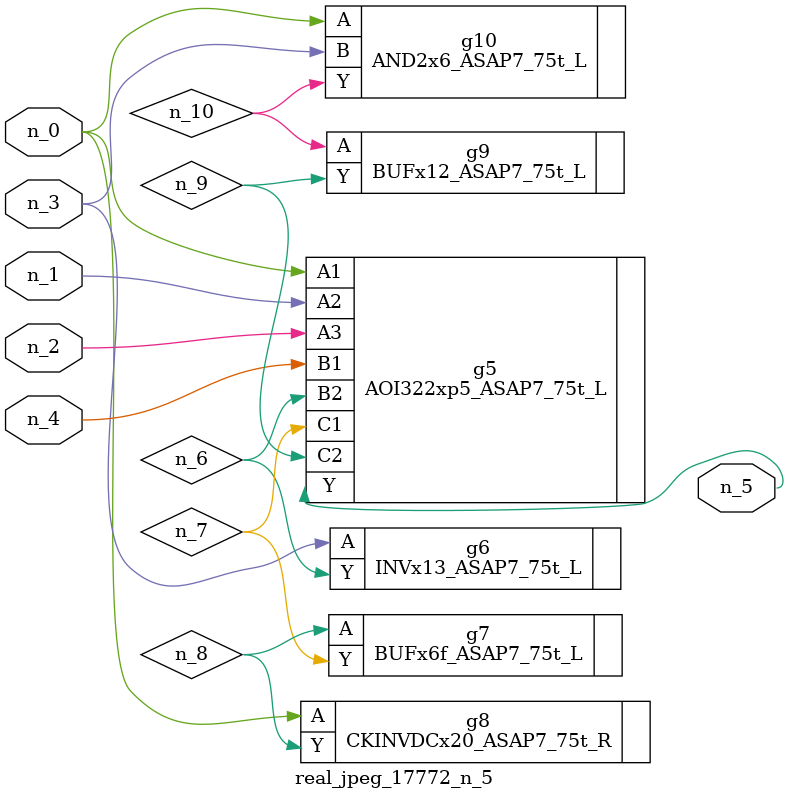
<source format=v>
module real_jpeg_17772_n_5 (n_4, n_0, n_1, n_2, n_3, n_5);

input n_4;
input n_0;
input n_1;
input n_2;
input n_3;

output n_5;

wire n_8;
wire n_6;
wire n_7;
wire n_10;
wire n_9;

AOI322xp5_ASAP7_75t_L g5 ( 
.A1(n_0),
.A2(n_1),
.A3(n_2),
.B1(n_4),
.B2(n_6),
.C1(n_7),
.C2(n_9),
.Y(n_5)
);

CKINVDCx20_ASAP7_75t_R g8 ( 
.A(n_0),
.Y(n_8)
);

AND2x6_ASAP7_75t_L g10 ( 
.A(n_0),
.B(n_3),
.Y(n_10)
);

INVx13_ASAP7_75t_L g6 ( 
.A(n_3),
.Y(n_6)
);

BUFx6f_ASAP7_75t_L g7 ( 
.A(n_8),
.Y(n_7)
);

BUFx12_ASAP7_75t_L g9 ( 
.A(n_10),
.Y(n_9)
);


endmodule
</source>
